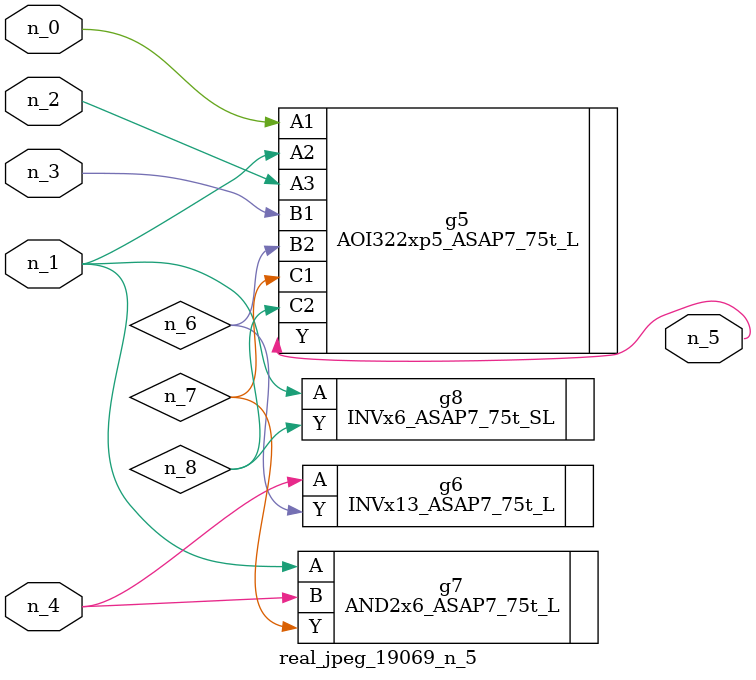
<source format=v>
module real_jpeg_19069_n_5 (n_4, n_0, n_1, n_2, n_3, n_5);

input n_4;
input n_0;
input n_1;
input n_2;
input n_3;

output n_5;

wire n_8;
wire n_6;
wire n_7;

AOI322xp5_ASAP7_75t_L g5 ( 
.A1(n_0),
.A2(n_1),
.A3(n_2),
.B1(n_3),
.B2(n_6),
.C1(n_7),
.C2(n_8),
.Y(n_5)
);

AND2x6_ASAP7_75t_L g7 ( 
.A(n_1),
.B(n_4),
.Y(n_7)
);

INVx6_ASAP7_75t_SL g8 ( 
.A(n_1),
.Y(n_8)
);

INVx13_ASAP7_75t_L g6 ( 
.A(n_4),
.Y(n_6)
);


endmodule
</source>
